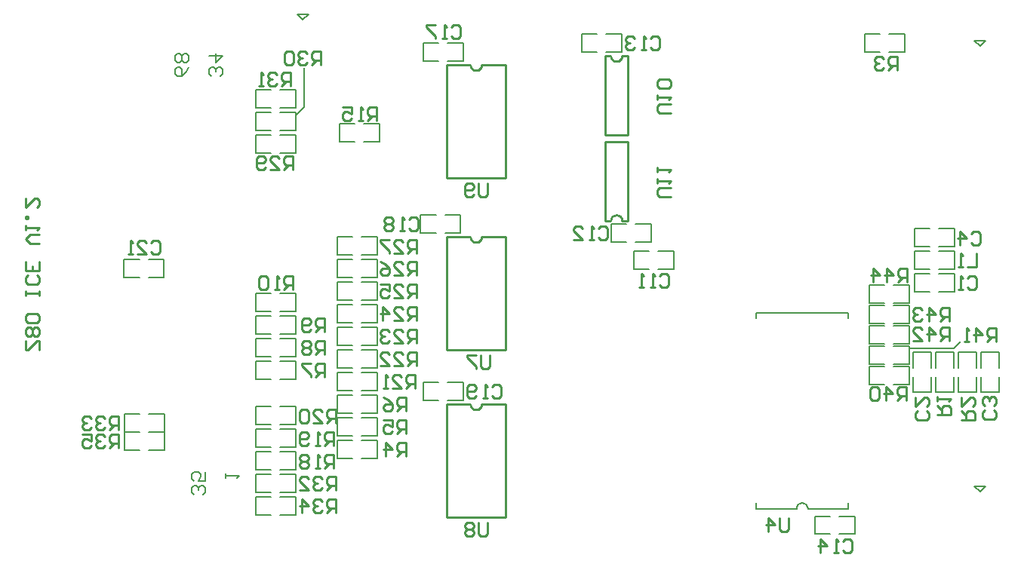
<source format=gbo>
%FSLAX44Y44*%
%MOMM*%
G71*
G01*
G75*
%ADD10C,0.2000*%
%ADD11O,0.6000X2.2000*%
%ADD12O,0.6000X2.2000*%
%ADD13R,1.5240X1.5240*%
%ADD14R,1.5240X1.2700*%
%ADD15R,1.2700X1.5240*%
%ADD16O,2.0320X0.6096*%
%ADD17R,0.4064X1.9050*%
%ADD18R,1.9050X0.4064*%
%ADD19C,1.0000*%
%ADD20R,0.9144X0.9144*%
%ADD21R,1.2700X0.9144*%
%ADD22R,1.5000X0.4000*%
%ADD23R,0.9144X1.2700*%
%ADD24C,0.2540*%
%ADD25C,0.3000*%
%ADD26C,1.0000*%
%ADD27C,0.5000*%
%ADD28C,0.8000*%
%ADD29C,0.6000*%
%ADD30C,0.2286*%
%ADD31C,1.6000*%
%ADD32R,1.6000X1.6000*%
%ADD33C,1.5000*%
%ADD34R,1.5000X1.5000*%
%ADD35C,1.4500*%
%ADD36R,1.4500X1.4500*%
%ADD37C,1.6510*%
%ADD38C,3.6000*%
%ADD39C,0.8000*%
%ADD40O,2.5400X0.7500*%
%ADD41R,2.5400X0.7500*%
%ADD42C,0.4000*%
%ADD43C,0.7000*%
%ADD44C,0.2500*%
%ADD45C,0.3048*%
%ADD46C,0.1500*%
D10*
X2931546Y1972977D02*
X2931062Y1975407D01*
X2929686Y1977467D01*
X2927626Y1978844D01*
X2925196Y1979327D01*
X2922766Y1978844D01*
X2920706Y1977467D01*
X2919329Y1975407D01*
X2918846Y1972977D01*
X2164191Y2232667D02*
Y2252667D01*
X2209051Y2232667D02*
Y2252667D01*
X2164191D02*
X2181541D01*
X2164191Y2232667D02*
X2181541D01*
X2191701D02*
X2209051D01*
X2191701Y2252667D02*
X2209051D01*
X2358566Y2528367D02*
X2364916Y2522017D01*
X2371266Y2528367D01*
X2358566D02*
X2371266D01*
X3118566Y1998367D02*
X3124916Y1992017D01*
X3131266Y1998367D01*
X3118566D02*
X3131266D01*
X3118566Y2498367D02*
X3124916Y2492017D01*
X3131266Y2498367D01*
X3118566D02*
X3131266D01*
X3045156Y2203737D02*
Y2223737D01*
X3000296Y2203737D02*
Y2223737D01*
X3027805Y2203737D02*
X3045156D01*
X3027805Y2223737D02*
X3045156D01*
X3000296D02*
X3017646D01*
X3000296Y2203737D02*
X3017646D01*
X3045156Y2135157D02*
Y2155157D01*
X3000296Y2135157D02*
Y2155157D01*
X3027805Y2135157D02*
X3045156D01*
X3027805Y2155157D02*
X3045156D01*
X3000296D02*
X3017646D01*
X3000296Y2135157D02*
X3017646D01*
X3045156Y2158017D02*
Y2178017D01*
X3000296Y2158017D02*
Y2178017D01*
X3027805Y2158017D02*
X3045156D01*
X3027805Y2178017D02*
X3045156D01*
X3000296D02*
X3017646D01*
X3000296Y2158017D02*
X3017646D01*
X3045156Y2180877D02*
Y2200877D01*
X3000296Y2180877D02*
Y2200877D01*
X3027805Y2180877D02*
X3045156D01*
X3027805Y2200877D02*
X3045156D01*
X3000296D02*
X3017646D01*
X3000296Y2180877D02*
X3017646D01*
X3000296Y2112297D02*
X3017646D01*
X3000296Y2132297D02*
X3017646D01*
X3027806D02*
X3045156D01*
X3027806Y2112297D02*
X3045156D01*
X3000296D02*
Y2132297D01*
X3045156Y2112297D02*
Y2132297D01*
X2873746Y1972977D02*
X2918846D01*
X2873746D02*
Y1979427D01*
X2873746Y2186427D02*
Y2192877D01*
X2976646D01*
Y2186427D02*
Y2192877D01*
X2976646Y1972977D02*
Y1979427D01*
X2931546Y1972977D02*
X2976646D01*
X2499916Y2475517D02*
X2517266D01*
X2499916Y2495517D02*
X2517266D01*
X2527426D02*
X2544776D01*
X2527426Y2475517D02*
X2544776D01*
X2499916D02*
Y2495517D01*
X2544776Y2475517D02*
Y2495517D01*
X2524394Y2302477D02*
X2541744D01*
X2524394Y2282477D02*
X2541744D01*
X2496884D02*
X2514234D01*
X2496884Y2302477D02*
X2514234D01*
X2541744Y2282477D02*
Y2302477D01*
X2496884Y2282477D02*
Y2302477D01*
X2499916Y2094517D02*
X2517266D01*
X2499916Y2114517D02*
X2517266D01*
X2527426D02*
X2544776D01*
X2527426Y2094517D02*
X2544776D01*
X2499916D02*
Y2114517D01*
X2544776Y2094517D02*
Y2114517D01*
X2677716Y2485677D02*
X2695066D01*
X2677716Y2505677D02*
X2695066D01*
X2705226D02*
X2722576D01*
X2705226Y2485677D02*
X2722576D01*
X2677716D02*
Y2505677D01*
X2722576Y2485677D02*
Y2505677D01*
X2738246Y2292317D02*
X2755596D01*
X2738246Y2272317D02*
X2755596D01*
X2710736D02*
X2728086D01*
X2710736Y2292317D02*
X2728086D01*
X2755596Y2272317D02*
Y2292317D01*
X2710736Y2272317D02*
Y2292317D01*
X2763646Y2261837D02*
X2780996D01*
X2763646Y2241837D02*
X2780996D01*
X2736136D02*
X2753486D01*
X2736136Y2261837D02*
X2753486D01*
X2780996Y2241837D02*
Y2261837D01*
X2736136Y2241837D02*
Y2261837D01*
X3022726Y2505677D02*
X3040076D01*
X3022726Y2485677D02*
X3040076D01*
X2995216D02*
X3012566D01*
X2995216Y2505677D02*
X3012566D01*
X3040076Y2485677D02*
Y2505677D01*
X2995216Y2485677D02*
Y2505677D01*
X3051096Y2267237D02*
X3068446D01*
X3051096Y2287237D02*
X3068446D01*
X3078606D02*
X3095956D01*
X3078606Y2267237D02*
X3095956D01*
X3051096D02*
Y2287237D01*
X3095956Y2267237D02*
Y2287237D01*
X3078606Y2261837D02*
X3095956D01*
X3078606Y2241837D02*
X3095956D01*
X3051096D02*
X3068446D01*
X3051096Y2261837D02*
X3068446D01*
X3095956Y2241837D02*
Y2261837D01*
X3051096Y2241837D02*
Y2261837D01*
X3125756Y2131187D02*
Y2148537D01*
X3145756Y2131187D02*
Y2148537D01*
Y2103677D02*
Y2121027D01*
X3125756Y2103677D02*
Y2121027D01*
Y2148537D02*
X3145756D01*
X3125756Y2103677D02*
X3145756D01*
X3049556Y2131187D02*
Y2148537D01*
X3069556Y2131187D02*
Y2148537D01*
Y2103677D02*
Y2121027D01*
X3049556Y2103677D02*
Y2121027D01*
Y2148537D02*
X3069556D01*
X3049556Y2103677D02*
X3069556D01*
X3094956D02*
Y2121027D01*
X3074956Y2103677D02*
Y2121027D01*
Y2131187D02*
Y2148537D01*
X3094956Y2131187D02*
Y2148537D01*
X3074956Y2103677D02*
X3094956D01*
X3074956Y2148537D02*
X3094956D01*
X3120356Y2103677D02*
Y2121027D01*
X3100356Y2103677D02*
Y2121027D01*
Y2131187D02*
Y2148537D01*
X3120356Y2131187D02*
Y2148537D01*
X3100356Y2103677D02*
X3120356D01*
X3100356Y2148537D02*
X3120356D01*
X3078606Y2236437D02*
X3095956D01*
X3078606Y2216437D02*
X3095956D01*
X3051096D02*
X3068446D01*
X3051096Y2236437D02*
X3068446D01*
X3095956Y2216437D02*
Y2236437D01*
X3051096Y2216437D02*
Y2236437D01*
X2192146Y2058637D02*
X2209496D01*
X2192146Y2038637D02*
X2209496D01*
X2164636D02*
X2181986D01*
X2164636Y2058637D02*
X2181986D01*
X2209496Y2038637D02*
Y2058637D01*
X2164636Y2038637D02*
Y2058637D01*
X2192146Y2078957D02*
X2209496D01*
X2192146Y2058957D02*
X2209496D01*
X2164636D02*
X2181986D01*
X2164636Y2078957D02*
X2181986D01*
X2209496Y2058957D02*
Y2078957D01*
X2164636Y2058957D02*
Y2078957D01*
X2339466Y2443193D02*
X2356816D01*
X2339466Y2423193D02*
X2356816D01*
X2311956D02*
X2329306D01*
X2311956Y2443193D02*
X2329306D01*
X2356816Y2423193D02*
Y2443193D01*
X2311956Y2423193D02*
Y2443193D01*
X2339466Y2417793D02*
X2356816D01*
X2339466Y2397793D02*
X2356816D01*
X2311956D02*
X2329306D01*
X2311956Y2417793D02*
X2329306D01*
X2356816Y2397793D02*
Y2417793D01*
X2311956Y2397793D02*
Y2417793D01*
X2339466Y2392393D02*
X2356816D01*
X2339466Y2372393D02*
X2356816D01*
X2311956D02*
X2329306D01*
X2311956Y2392393D02*
X2329306D01*
X2356816Y2372393D02*
Y2392393D01*
X2311956Y2372393D02*
Y2392393D01*
X2430906Y2278093D02*
X2448256D01*
X2430906Y2258093D02*
X2448256D01*
X2403396D02*
X2420746D01*
X2403396Y2278093D02*
X2420746D01*
X2448256Y2258093D02*
Y2278093D01*
X2403396Y2258093D02*
Y2278093D01*
X2430906Y2252693D02*
X2448256D01*
X2430906Y2232693D02*
X2448256D01*
X2403396D02*
X2420746D01*
X2403396Y2252693D02*
X2420746D01*
X2448256Y2232693D02*
Y2252693D01*
X2403396Y2232693D02*
Y2252693D01*
X2430906Y2227293D02*
X2448256D01*
X2430906Y2207293D02*
X2448256D01*
X2403396D02*
X2420746D01*
X2403396Y2227293D02*
X2420746D01*
X2448256Y2207293D02*
Y2227293D01*
X2403396Y2207293D02*
Y2227293D01*
X2430906Y2201893D02*
X2448256D01*
X2430906Y2181893D02*
X2448256D01*
X2403396D02*
X2420746D01*
X2403396Y2201893D02*
X2420746D01*
X2448256Y2181893D02*
Y2201893D01*
X2403396Y2181893D02*
Y2201893D01*
X2430906Y2176493D02*
X2448256D01*
X2430906Y2156493D02*
X2448256D01*
X2403396D02*
X2420746D01*
X2403396Y2176493D02*
X2420746D01*
X2448256Y2156493D02*
Y2176493D01*
X2403396Y2156493D02*
Y2176493D01*
X2430906Y2151093D02*
X2448256D01*
X2430906Y2131093D02*
X2448256D01*
X2403396D02*
X2420746D01*
X2403396Y2151093D02*
X2420746D01*
X2448256Y2131093D02*
Y2151093D01*
X2403396Y2131093D02*
Y2151093D01*
X2430906Y2125693D02*
X2448256D01*
X2430906Y2105693D02*
X2448256D01*
X2403396D02*
X2420746D01*
X2403396Y2125693D02*
X2420746D01*
X2448256Y2105693D02*
Y2125693D01*
X2403396Y2105693D02*
Y2125693D01*
X2339466Y2087593D02*
X2356816D01*
X2339466Y2067593D02*
X2356816D01*
X2311956D02*
X2329306D01*
X2311956Y2087593D02*
X2329306D01*
X2356816Y2067593D02*
Y2087593D01*
X2311956Y2067593D02*
Y2087593D01*
X2339466Y2062193D02*
X2356816D01*
X2339466Y2042193D02*
X2356816D01*
X2311956D02*
X2329306D01*
X2311956Y2062193D02*
X2329306D01*
X2356816Y2042193D02*
Y2062193D01*
X2311956Y2042193D02*
Y2062193D01*
X2339466Y2036793D02*
X2356816D01*
X2339466Y2016793D02*
X2356816D01*
X2311956D02*
X2329306D01*
X2311956Y2036793D02*
X2329306D01*
X2356816Y2016793D02*
Y2036793D01*
X2311956Y2016793D02*
Y2036793D01*
X2339466Y2214593D02*
X2356816D01*
X2339466Y2194593D02*
X2356816D01*
X2311956D02*
X2329306D01*
X2311956Y2214593D02*
X2329306D01*
X2356816Y2194593D02*
Y2214593D01*
X2311956Y2194593D02*
Y2214593D01*
X2339466Y2189193D02*
X2356816D01*
X2339466Y2169193D02*
X2356816D01*
X2311956D02*
X2329306D01*
X2311956Y2189193D02*
X2329306D01*
X2356816Y2169193D02*
Y2189193D01*
X2311956Y2169193D02*
Y2189193D01*
X2339466Y2163793D02*
X2356816D01*
X2339466Y2143793D02*
X2356816D01*
X2311956D02*
X2329306D01*
X2311956Y2163793D02*
X2329306D01*
X2356816Y2143793D02*
Y2163793D01*
X2311956Y2143793D02*
Y2163793D01*
X2339466Y2138393D02*
X2356816D01*
X2339466Y2118393D02*
X2356816D01*
X2311956D02*
X2329306D01*
X2311956Y2138393D02*
X2329306D01*
X2356816Y2118393D02*
Y2138393D01*
X2311956Y2118393D02*
Y2138393D01*
X2430906Y2100293D02*
X2448256D01*
X2430906Y2080293D02*
X2448256D01*
X2403396D02*
X2420746D01*
X2403396Y2100293D02*
X2420746D01*
X2448256Y2080293D02*
Y2100293D01*
X2403396Y2080293D02*
Y2100293D01*
X2430906Y2074893D02*
X2448256D01*
X2430906Y2054893D02*
X2448256D01*
X2403396D02*
X2420746D01*
X2403396Y2074893D02*
X2420746D01*
X2448256Y2054893D02*
Y2074893D01*
X2403396Y2054893D02*
Y2074893D01*
X2430906Y2049493D02*
X2448256D01*
X2430906Y2029493D02*
X2448256D01*
X2403396D02*
X2420746D01*
X2403396Y2049493D02*
X2420746D01*
X2448256Y2029493D02*
Y2049493D01*
X2403396Y2029493D02*
Y2049493D01*
X2356816Y1965993D02*
Y1985993D01*
X2311956Y1965993D02*
Y1985993D01*
X2339466Y1965993D02*
X2356816D01*
X2339466Y1985993D02*
X2356816D01*
X2311956D02*
X2329306D01*
X2311956Y1965993D02*
X2329306D01*
X2433446Y2405067D02*
X2450796D01*
X2433446Y2385067D02*
X2450796D01*
X2405936D02*
X2423286D01*
X2405936Y2405067D02*
X2423286D01*
X2450796Y2385067D02*
Y2405067D01*
X2405936Y2385067D02*
Y2405067D01*
X2356816Y1991393D02*
Y2011393D01*
X2311956Y1991393D02*
Y2011393D01*
X2339466Y1991393D02*
X2356816D01*
X2339466Y2011393D02*
X2356816D01*
X2311956D02*
X2329306D01*
X2311956Y1991393D02*
X2329306D01*
X2939336Y1944317D02*
Y1964317D01*
X2984196Y1944317D02*
Y1964317D01*
X2939336D02*
X2956686D01*
X2939336Y1944317D02*
X2956686D01*
X2966846D02*
X2984196D01*
X2966846Y1964317D02*
X2984196D01*
X3045156Y2152777D02*
X3095116D01*
X3102736Y2160397D01*
X2356816Y2414397D02*
X2366136Y2423717D01*
Y2467737D01*
D24*
X2552826Y2090547D02*
X2553309Y2088117D01*
X2554686Y2086057D01*
X2556746Y2084680D01*
X2559176Y2084197D01*
X2561606Y2084680D01*
X2563666Y2086057D01*
X2565042Y2088117D01*
X2565526Y2090547D01*
X2552826Y2278507D02*
X2553309Y2276077D01*
X2554686Y2274017D01*
X2556746Y2272640D01*
X2559176Y2272157D01*
X2561606Y2272640D01*
X2563666Y2274017D01*
X2565042Y2276077D01*
X2565526Y2278507D01*
X2723006Y2296287D02*
X2722522Y2298717D01*
X2721146Y2300777D01*
X2719086Y2302154D01*
X2716656Y2302637D01*
X2714226Y2302154D01*
X2712166Y2300777D01*
X2710789Y2298717D01*
X2710306Y2296287D01*
Y2481707D02*
X2710789Y2479277D01*
X2712166Y2477217D01*
X2714226Y2475840D01*
X2716656Y2475357D01*
X2719086Y2475840D01*
X2721146Y2477217D01*
X2722522Y2479277D01*
X2723006Y2481707D01*
X2552826Y2471547D02*
X2553309Y2469117D01*
X2554686Y2467057D01*
X2556746Y2465680D01*
X2559176Y2465197D01*
X2561606Y2465680D01*
X2563666Y2467057D01*
X2565042Y2469117D01*
X2565526Y2471547D01*
Y2090547D02*
X2592196D01*
X2526156D02*
X2552826D01*
X2526156Y1963547D02*
Y2090547D01*
Y1963547D02*
X2592196D01*
Y2090547D01*
Y2151507D02*
Y2278507D01*
X2526156Y2151507D02*
X2592196D01*
X2526156D02*
Y2278507D01*
X2552826D01*
X2565526D02*
X2592196D01*
X2703956Y2296287D02*
X2710306D01*
X2723006D02*
X2729356D01*
Y2385187D01*
X2703956D02*
X2729356D01*
X2703956Y2296287D02*
Y2385187D01*
X2723006Y2481707D02*
X2729356D01*
X2703956D02*
X2710306D01*
X2703956Y2392807D02*
Y2481707D01*
Y2392807D02*
X2729356D01*
Y2481707D01*
X2565526Y2471547D02*
X2592196D01*
X2526156D02*
X2552826D01*
X2526156Y2344547D02*
Y2471547D01*
Y2344547D02*
X2592196D01*
Y2471547D01*
X3043114Y2227199D02*
Y2242434D01*
X3035496D01*
X3032957Y2239895D01*
Y2234816D01*
X3035496Y2232277D01*
X3043114D01*
X3038035D02*
X3032957Y2227199D01*
X3020261D02*
Y2242434D01*
X3027879Y2234816D01*
X3017722D01*
X3005026Y2227199D02*
Y2242434D01*
X3012643Y2234816D01*
X3002487D01*
X2448019Y2408290D02*
Y2423525D01*
X2440401D01*
X2437862Y2420986D01*
Y2415907D01*
X2440401Y2413368D01*
X2448019D01*
X2442940D02*
X2437862Y2408290D01*
X2432784D02*
X2427705D01*
X2430244D01*
Y2423525D01*
X2432784Y2420986D01*
X2409931Y2423525D02*
X2420088D01*
Y2415907D01*
X2415009Y2418447D01*
X2412470D01*
X2409931Y2415907D01*
Y2410829D01*
X2412470Y2408290D01*
X2417549D01*
X2420088Y2410829D01*
X2777611Y2322957D02*
X2764915D01*
X2762376Y2325496D01*
Y2330574D01*
X2764915Y2333114D01*
X2777611D01*
X2762376Y2338192D02*
Y2343270D01*
Y2340731D01*
X2777611D01*
X2775072Y2338192D01*
X2762376Y2350888D02*
Y2355966D01*
Y2353427D01*
X2777611D01*
X2775072Y2350888D01*
X2777611Y2416937D02*
X2764915D01*
X2762376Y2419476D01*
Y2424554D01*
X2764915Y2427094D01*
X2777611D01*
X2762376Y2432172D02*
Y2437250D01*
Y2434711D01*
X2777611D01*
X2775072Y2432172D01*
Y2444868D02*
X2777611Y2447407D01*
Y2452486D01*
X2775072Y2455025D01*
X2764915D01*
X2762376Y2452486D01*
Y2447407D01*
X2764915Y2444868D01*
X2775072D01*
X2157856Y2041017D02*
Y2056252D01*
X2150238D01*
X2147699Y2053713D01*
Y2048634D01*
X2150238Y2046095D01*
X2157856D01*
X2152777D02*
X2147699Y2041017D01*
X2142621Y2053713D02*
X2140081Y2056252D01*
X2135003D01*
X2132464Y2053713D01*
Y2051174D01*
X2135003Y2048634D01*
X2137542D01*
X2135003D01*
X2132464Y2046095D01*
Y2043556D01*
X2135003Y2041017D01*
X2140081D01*
X2142621Y2043556D01*
X2117229Y2056252D02*
X2127386D01*
Y2048634D01*
X2122307Y2051174D01*
X2119768D01*
X2117229Y2048634D01*
Y2043556D01*
X2119768Y2041017D01*
X2124846D01*
X2127386Y2043556D01*
X2401696Y1968373D02*
Y1983608D01*
X2394078D01*
X2391539Y1981069D01*
Y1975990D01*
X2394078Y1973451D01*
X2401696D01*
X2396617D02*
X2391539Y1968373D01*
X2386461Y1981069D02*
X2383922Y1983608D01*
X2378843D01*
X2376304Y1981069D01*
Y1978530D01*
X2378843Y1975990D01*
X2381382D01*
X2378843D01*
X2376304Y1973451D01*
Y1970912D01*
X2378843Y1968373D01*
X2383922D01*
X2386461Y1970912D01*
X2363608Y1968373D02*
Y1983608D01*
X2371226Y1975990D01*
X2361069D01*
X2157856Y2061337D02*
Y2076572D01*
X2150238D01*
X2147699Y2074033D01*
Y2068954D01*
X2150238Y2066415D01*
X2157856D01*
X2152777D02*
X2147699Y2061337D01*
X2142621Y2074033D02*
X2140081Y2076572D01*
X2135003D01*
X2132464Y2074033D01*
Y2071494D01*
X2135003Y2068954D01*
X2137542D01*
X2135003D01*
X2132464Y2066415D01*
Y2063876D01*
X2135003Y2061337D01*
X2140081D01*
X2142621Y2063876D01*
X2127386Y2074033D02*
X2124846Y2076572D01*
X2119768D01*
X2117229Y2074033D01*
Y2071494D01*
X2119768Y2068954D01*
X2122307D01*
X2119768D01*
X2117229Y2066415D01*
Y2063876D01*
X2119768Y2061337D01*
X2124846D01*
X2127386Y2063876D01*
X2401696Y1993773D02*
Y2009008D01*
X2394078D01*
X2391539Y2006469D01*
Y2001391D01*
X2394078Y1998851D01*
X2401696D01*
X2396617D02*
X2391539Y1993773D01*
X2386461Y2006469D02*
X2383922Y2009008D01*
X2378843D01*
X2376304Y2006469D01*
Y2003930D01*
X2378843Y2001391D01*
X2381382D01*
X2378843D01*
X2376304Y1998851D01*
Y1996312D01*
X2378843Y1993773D01*
X2383922D01*
X2386461Y1996312D01*
X2361069Y1993773D02*
X2371226D01*
X2361069Y2003930D01*
Y2006469D01*
X2363608Y2009008D01*
X2368686D01*
X2371226Y2006469D01*
X2350896Y2447417D02*
Y2462652D01*
X2343278D01*
X2340739Y2460113D01*
Y2455034D01*
X2343278Y2452495D01*
X2350896D01*
X2345817D02*
X2340739Y2447417D01*
X2335661Y2460113D02*
X2333121Y2462652D01*
X2328043D01*
X2325504Y2460113D01*
Y2457574D01*
X2328043Y2455034D01*
X2330582D01*
X2328043D01*
X2325504Y2452495D01*
Y2449956D01*
X2328043Y2447417D01*
X2333121D01*
X2335661Y2449956D01*
X2320426Y2447417D02*
X2315347D01*
X2317886D01*
Y2462652D01*
X2320426Y2460113D01*
X2385264Y2471322D02*
Y2486557D01*
X2377647D01*
X2375108Y2484018D01*
Y2478940D01*
X2377647Y2476401D01*
X2385264D01*
X2380186D02*
X2375108Y2471322D01*
X2370029Y2484018D02*
X2367490Y2486557D01*
X2362412D01*
X2359872Y2484018D01*
Y2481479D01*
X2362412Y2478940D01*
X2364951D01*
X2362412D01*
X2359872Y2476401D01*
Y2473861D01*
X2362412Y2471322D01*
X2367490D01*
X2370029Y2473861D01*
X2354794Y2484018D02*
X2352255Y2486557D01*
X2347177D01*
X2344637Y2484018D01*
Y2473861D01*
X2347177Y2471322D01*
X2352255D01*
X2354794Y2473861D01*
Y2484018D01*
X2353436Y2353437D02*
Y2368672D01*
X2345818D01*
X2343279Y2366133D01*
Y2361055D01*
X2345818Y2358515D01*
X2353436D01*
X2348357D02*
X2343279Y2353437D01*
X2328044D02*
X2338201D01*
X2328044Y2363594D01*
Y2366133D01*
X2330583Y2368672D01*
X2335661D01*
X2338201Y2366133D01*
X2322966Y2355976D02*
X2320426Y2353437D01*
X2315348D01*
X2312809Y2355976D01*
Y2366133D01*
X2315348Y2368672D01*
X2320426D01*
X2322966Y2366133D01*
Y2363594D01*
X2320426Y2361055D01*
X2312809D01*
X2492904Y2259881D02*
Y2275116D01*
X2485286D01*
X2482747Y2272577D01*
Y2267499D01*
X2485286Y2264960D01*
X2492904D01*
X2487825D02*
X2482747Y2259881D01*
X2467512D02*
X2477668D01*
X2467512Y2270038D01*
Y2272577D01*
X2470051Y2275116D01*
X2475129D01*
X2477668Y2272577D01*
X2462433Y2275116D02*
X2452277D01*
Y2272577D01*
X2462433Y2262420D01*
Y2259881D01*
X2492903Y2235073D02*
Y2250308D01*
X2485286D01*
X2482747Y2247769D01*
Y2242690D01*
X2485286Y2240151D01*
X2492903D01*
X2487825D02*
X2482747Y2235073D01*
X2467512D02*
X2477668D01*
X2467512Y2245230D01*
Y2247769D01*
X2470051Y2250308D01*
X2475129D01*
X2477668Y2247769D01*
X2452277Y2250308D02*
X2457355Y2247769D01*
X2462433Y2242690D01*
Y2237612D01*
X2459894Y2235073D01*
X2454816D01*
X2452277Y2237612D01*
Y2240151D01*
X2454816Y2242690D01*
X2462433D01*
X2492903Y2209673D02*
Y2224908D01*
X2485286D01*
X2482747Y2222369D01*
Y2217290D01*
X2485286Y2214751D01*
X2492903D01*
X2487825D02*
X2482747Y2209673D01*
X2467512D02*
X2477668D01*
X2467512Y2219830D01*
Y2222369D01*
X2470051Y2224908D01*
X2475129D01*
X2477668Y2222369D01*
X2452277Y2224908D02*
X2462433D01*
Y2217290D01*
X2457355Y2219830D01*
X2454816D01*
X2452277Y2217290D01*
Y2212212D01*
X2454816Y2209673D01*
X2459894D01*
X2462433Y2212212D01*
X2492903Y2184273D02*
Y2199508D01*
X2485286D01*
X2482747Y2196969D01*
Y2191891D01*
X2485286Y2189351D01*
X2492903D01*
X2487825D02*
X2482747Y2184273D01*
X2467512D02*
X2477668D01*
X2467512Y2194430D01*
Y2196969D01*
X2470051Y2199508D01*
X2475129D01*
X2477668Y2196969D01*
X2454816Y2184273D02*
Y2199508D01*
X2462433Y2191891D01*
X2452277D01*
X2492903Y2158873D02*
Y2174108D01*
X2485286D01*
X2482747Y2171569D01*
Y2166490D01*
X2485286Y2163951D01*
X2492903D01*
X2487825D02*
X2482747Y2158873D01*
X2467512D02*
X2477668D01*
X2467512Y2169030D01*
Y2171569D01*
X2470051Y2174108D01*
X2475129D01*
X2477668Y2171569D01*
X2462433D02*
X2459894Y2174108D01*
X2454816D01*
X2452277Y2171569D01*
Y2169030D01*
X2454816Y2166490D01*
X2457355D01*
X2454816D01*
X2452277Y2163951D01*
Y2161412D01*
X2454816Y2158873D01*
X2459894D01*
X2462433Y2161412D01*
X2492903Y2133473D02*
Y2148708D01*
X2485286D01*
X2482747Y2146169D01*
Y2141091D01*
X2485286Y2138551D01*
X2492903D01*
X2487825D02*
X2482747Y2133473D01*
X2467512D02*
X2477668D01*
X2467512Y2143630D01*
Y2146169D01*
X2470051Y2148708D01*
X2475129D01*
X2477668Y2146169D01*
X2452277Y2133473D02*
X2462433D01*
X2452277Y2143630D01*
Y2146169D01*
X2454816Y2148708D01*
X2459894D01*
X2462433Y2146169D01*
X2490596Y2108073D02*
Y2123308D01*
X2482978D01*
X2480439Y2120769D01*
Y2115690D01*
X2482978Y2113151D01*
X2490596D01*
X2485517D02*
X2480439Y2108073D01*
X2465204D02*
X2475361D01*
X2465204Y2118230D01*
Y2120769D01*
X2467743Y2123308D01*
X2472822D01*
X2475361Y2120769D01*
X2460126Y2108073D02*
X2455047D01*
X2457586D01*
Y2123308D01*
X2460126Y2120769D01*
X2401696Y2068957D02*
Y2084192D01*
X2394078D01*
X2391539Y2081653D01*
Y2076575D01*
X2394078Y2074035D01*
X2401696D01*
X2396617D02*
X2391539Y2068957D01*
X2376304D02*
X2386461D01*
X2376304Y2079114D01*
Y2081653D01*
X2378843Y2084192D01*
X2383922D01*
X2386461Y2081653D01*
X2371226D02*
X2368686Y2084192D01*
X2363608D01*
X2361069Y2081653D01*
Y2071496D01*
X2363608Y2068957D01*
X2368686D01*
X2371226Y2071496D01*
Y2081653D01*
X2399156Y2043557D02*
Y2058792D01*
X2391538D01*
X2388999Y2056253D01*
Y2051174D01*
X2391538Y2048635D01*
X2399156D01*
X2394077D02*
X2388999Y2043557D01*
X2383921D02*
X2378842D01*
X2381382D01*
Y2058792D01*
X2383921Y2056253D01*
X2371225Y2046096D02*
X2368686Y2043557D01*
X2363607D01*
X2361068Y2046096D01*
Y2056253D01*
X2363607Y2058792D01*
X2368686D01*
X2371225Y2056253D01*
Y2053714D01*
X2368686Y2051174D01*
X2361068D01*
X2399156Y2018157D02*
Y2033392D01*
X2391538D01*
X2388999Y2030853D01*
Y2025775D01*
X2391538Y2023235D01*
X2399156D01*
X2394077D02*
X2388999Y2018157D01*
X2383921D02*
X2378842D01*
X2381382D01*
Y2033392D01*
X2383921Y2030853D01*
X2371225D02*
X2368686Y2033392D01*
X2363607D01*
X2361068Y2030853D01*
Y2028314D01*
X2363607Y2025775D01*
X2361068Y2023235D01*
Y2020696D01*
X2363607Y2018157D01*
X2368686D01*
X2371225Y2020696D01*
Y2023235D01*
X2368686Y2025775D01*
X2371225Y2028314D01*
Y2030853D01*
X2368686Y2025775D02*
X2363607D01*
X2353436Y2218817D02*
Y2234052D01*
X2345818D01*
X2343279Y2231513D01*
Y2226434D01*
X2345818Y2223895D01*
X2353436D01*
X2348357D02*
X2343279Y2218817D01*
X2338201D02*
X2333122D01*
X2335661D01*
Y2234052D01*
X2338201Y2231513D01*
X2325505D02*
X2322966Y2234052D01*
X2317887D01*
X2315348Y2231513D01*
Y2221356D01*
X2317887Y2218817D01*
X2322966D01*
X2325505Y2221356D01*
Y2231513D01*
X2388996Y2171573D02*
Y2186808D01*
X2381378D01*
X2378839Y2184269D01*
Y2179191D01*
X2381378Y2176651D01*
X2388996D01*
X2383917D02*
X2378839Y2171573D01*
X2373761Y2174112D02*
X2371221Y2171573D01*
X2366143D01*
X2363604Y2174112D01*
Y2184269D01*
X2366143Y2186808D01*
X2371221D01*
X2373761Y2184269D01*
Y2181730D01*
X2371221Y2179191D01*
X2363604D01*
X2388996Y2146173D02*
Y2161408D01*
X2381378D01*
X2378839Y2158869D01*
Y2153790D01*
X2381378Y2151251D01*
X2388996D01*
X2383917D02*
X2378839Y2146173D01*
X2373761Y2158869D02*
X2371221Y2161408D01*
X2366143D01*
X2363604Y2158869D01*
Y2156330D01*
X2366143Y2153790D01*
X2363604Y2151251D01*
Y2148712D01*
X2366143Y2146173D01*
X2371221D01*
X2373761Y2148712D01*
Y2151251D01*
X2371221Y2153790D01*
X2373761Y2156330D01*
Y2158869D01*
X2371221Y2153790D02*
X2366143D01*
X2388996Y2120773D02*
Y2136008D01*
X2381378D01*
X2378839Y2133469D01*
Y2128391D01*
X2381378Y2125851D01*
X2388996D01*
X2383917D02*
X2378839Y2120773D01*
X2373761Y2136008D02*
X2363604D01*
Y2133469D01*
X2373761Y2123312D01*
Y2120773D01*
X2480436Y2082673D02*
Y2097908D01*
X2472818D01*
X2470279Y2095369D01*
Y2090291D01*
X2472818Y2087751D01*
X2480436D01*
X2475357D02*
X2470279Y2082673D01*
X2455044Y2097908D02*
X2460122Y2095369D01*
X2465201Y2090291D01*
Y2085212D01*
X2462661Y2082673D01*
X2457583D01*
X2455044Y2085212D01*
Y2087751D01*
X2457583Y2090291D01*
X2465201D01*
X2480436Y2057273D02*
Y2072508D01*
X2472818D01*
X2470279Y2069969D01*
Y2064890D01*
X2472818Y2062351D01*
X2480436D01*
X2475357D02*
X2470279Y2057273D01*
X2455044Y2072508D02*
X2465201D01*
Y2064890D01*
X2460122Y2067430D01*
X2457583D01*
X2455044Y2064890D01*
Y2059812D01*
X2457583Y2057273D01*
X2462661D01*
X2465201Y2059812D01*
X2480436Y2031873D02*
Y2047108D01*
X2472818D01*
X2470279Y2044569D01*
Y2039491D01*
X2472818Y2036951D01*
X2480436D01*
X2475357D02*
X2470279Y2031873D01*
X2457583D02*
Y2047108D01*
X2465201Y2039491D01*
X2455044D01*
X2571876Y2338192D02*
Y2325496D01*
X2569337Y2322957D01*
X2564258D01*
X2561719Y2325496D01*
Y2338192D01*
X2556641Y2325496D02*
X2554102Y2322957D01*
X2549023D01*
X2546484Y2325496D01*
Y2335653D01*
X2549023Y2338192D01*
X2554102D01*
X2556641Y2335653D01*
Y2333114D01*
X2554102Y2330574D01*
X2546484D01*
X2571876Y1957192D02*
Y1944496D01*
X2569337Y1941957D01*
X2564258D01*
X2561719Y1944496D01*
Y1957192D01*
X2556641Y1954653D02*
X2554102Y1957192D01*
X2549023D01*
X2546484Y1954653D01*
Y1952114D01*
X2549023Y1949574D01*
X2546484Y1947035D01*
Y1944496D01*
X2549023Y1941957D01*
X2554102D01*
X2556641Y1944496D01*
Y1947035D01*
X2554102Y1949574D01*
X2556641Y1952114D01*
Y1954653D01*
X2554102Y1949574D02*
X2549023D01*
X2574416Y2145152D02*
Y2132456D01*
X2571877Y2129917D01*
X2566798D01*
X2564259Y2132456D01*
Y2145152D01*
X2559181D02*
X2549024D01*
Y2142613D01*
X2559181Y2132456D01*
Y2129917D01*
X3031616Y2465197D02*
Y2480432D01*
X3023998D01*
X3021459Y2477893D01*
Y2472814D01*
X3023998Y2470275D01*
X3031616D01*
X3026537D02*
X3021459Y2465197D01*
X3016381Y2477893D02*
X3013842Y2480432D01*
X3008763D01*
X3006224Y2477893D01*
Y2475354D01*
X3008763Y2472814D01*
X3011302D01*
X3008763D01*
X3006224Y2470275D01*
Y2467736D01*
X3008763Y2465197D01*
X3013842D01*
X3016381Y2467736D01*
X3103815Y2072563D02*
X3119050D01*
Y2080181D01*
X3116511Y2082720D01*
X3111432D01*
X3108893Y2080181D01*
Y2072563D01*
Y2077642D02*
X3103815Y2082720D01*
Y2097955D02*
Y2087798D01*
X3113972Y2097955D01*
X3116511D01*
X3119050Y2095416D01*
Y2090338D01*
X3116511Y2087798D01*
X3076836Y2078427D02*
X3092071D01*
Y2086045D01*
X3089532Y2088584D01*
X3084453D01*
X3081914Y2086045D01*
Y2078427D01*
Y2083506D02*
X3076836Y2088584D01*
Y2093663D02*
Y2098741D01*
Y2096202D01*
X3092071D01*
X3089532Y2093663D01*
X3120516Y2259452D02*
Y2244217D01*
X3110359D01*
X3105281D02*
X3100202D01*
X3102741D01*
Y2259452D01*
X3105281Y2256913D01*
X3114926Y2281895D02*
X3117465Y2284434D01*
X3122544D01*
X3125083Y2281895D01*
Y2271738D01*
X3122544Y2269199D01*
X3117465D01*
X3114926Y2271738D01*
X3102230Y2269199D02*
Y2284434D01*
X3109848Y2276816D01*
X3099691D01*
X3140619Y2083819D02*
X3143158Y2081280D01*
Y2076201D01*
X3140619Y2073662D01*
X3130462D01*
X3127923Y2076201D01*
Y2081280D01*
X3130462Y2083819D01*
X3140619Y2088897D02*
X3143158Y2091436D01*
Y2096515D01*
X3140619Y2099054D01*
X3138080D01*
X3135541Y2096515D01*
Y2093976D01*
Y2096515D01*
X3133002Y2099054D01*
X3130462D01*
X3127923Y2096515D01*
Y2091436D01*
X3130462Y2088897D01*
X3064773Y2082711D02*
X3067312Y2080172D01*
Y2075094D01*
X3064773Y2072554D01*
X3054616D01*
X3052077Y2075094D01*
Y2080172D01*
X3054616Y2082711D01*
X3052077Y2097946D02*
Y2087789D01*
X3062234Y2097946D01*
X3064773D01*
X3067312Y2095407D01*
Y2090329D01*
X3064773Y2087789D01*
X3110227Y2231552D02*
X3112766Y2234092D01*
X3117844D01*
X3120383Y2231552D01*
Y2221396D01*
X3117844Y2218857D01*
X3112766D01*
X3110227Y2221396D01*
X3105148Y2218857D02*
X3100070D01*
X3102609D01*
Y2234092D01*
X3105148Y2231552D01*
X2576959Y2109593D02*
X2579498Y2112132D01*
X2584576D01*
X2587116Y2109593D01*
Y2099436D01*
X2584576Y2096897D01*
X2579498D01*
X2576959Y2099436D01*
X2571881Y2096897D02*
X2566802D01*
X2569341D01*
Y2112132D01*
X2571881Y2109593D01*
X2559185Y2099436D02*
X2556646Y2096897D01*
X2551567D01*
X2549028Y2099436D01*
Y2109593D01*
X2551567Y2112132D01*
X2556646D01*
X2559185Y2109593D01*
Y2107054D01*
X2556646Y2104514D01*
X2549028D01*
X2483990Y2298105D02*
X2486529Y2300644D01*
X2491607D01*
X2494146Y2298105D01*
Y2287948D01*
X2491607Y2285409D01*
X2486529D01*
X2483990Y2287948D01*
X2478911Y2285409D02*
X2473833D01*
X2476372D01*
Y2300644D01*
X2478911Y2298105D01*
X2466216D02*
X2463676Y2300644D01*
X2458598D01*
X2456059Y2298105D01*
Y2295566D01*
X2458598Y2293027D01*
X2456059Y2290488D01*
Y2287948D01*
X2458598Y2285409D01*
X2463676D01*
X2466216Y2287948D01*
Y2290488D01*
X2463676Y2293027D01*
X2466216Y2295566D01*
Y2298105D01*
X2463676Y2293027D02*
X2458598D01*
X2531239Y2513453D02*
X2533778Y2515992D01*
X2538857D01*
X2541396Y2513453D01*
Y2503296D01*
X2538857Y2500757D01*
X2533778D01*
X2531239Y2503296D01*
X2526161Y2500757D02*
X2521082D01*
X2523622D01*
Y2515992D01*
X2526161Y2513453D01*
X2513465Y2515992D02*
X2503308D01*
Y2513453D01*
X2513465Y2503296D01*
Y2500757D01*
X2754759Y2500753D02*
X2757298Y2503292D01*
X2762376D01*
X2764916Y2500753D01*
Y2490596D01*
X2762376Y2488057D01*
X2757298D01*
X2754759Y2490596D01*
X2749681Y2488057D02*
X2744602D01*
X2747141D01*
Y2503292D01*
X2749681Y2500753D01*
X2736985D02*
X2734445Y2503292D01*
X2729367D01*
X2726828Y2500753D01*
Y2498214D01*
X2729367Y2495674D01*
X2731906D01*
X2729367D01*
X2726828Y2493135D01*
Y2490596D01*
X2729367Y2488057D01*
X2734445D01*
X2736985Y2490596D01*
X2696339Y2287393D02*
X2698878Y2289932D01*
X2703957D01*
X2706496Y2287393D01*
Y2277236D01*
X2703957Y2274697D01*
X2698878D01*
X2696339Y2277236D01*
X2691261Y2274697D02*
X2686182D01*
X2688722D01*
Y2289932D01*
X2691261Y2287393D01*
X2668408Y2274697D02*
X2678565D01*
X2668408Y2284854D01*
Y2287393D01*
X2670947Y2289932D01*
X2676026D01*
X2678565Y2287393D01*
X2764919Y2234053D02*
X2767458Y2236592D01*
X2772537D01*
X2775076Y2234053D01*
Y2223896D01*
X2772537Y2221357D01*
X2767458D01*
X2764919Y2223896D01*
X2759841Y2221357D02*
X2754762D01*
X2757302D01*
Y2236592D01*
X2759841Y2234053D01*
X2747145Y2221357D02*
X2742067D01*
X2744606D01*
Y2236592D01*
X2747145Y2234053D01*
X3089908Y2183461D02*
Y2198696D01*
X3082291D01*
X3079752Y2196157D01*
Y2191079D01*
X3082291Y2188540D01*
X3089908D01*
X3084830D02*
X3079752Y2183461D01*
X3067056D02*
Y2198696D01*
X3074673Y2191079D01*
X3064516D01*
X3059438Y2196157D02*
X3056899Y2198696D01*
X3051820D01*
X3049281Y2196157D01*
Y2193618D01*
X3051820Y2191079D01*
X3054360D01*
X3051820D01*
X3049281Y2188540D01*
Y2186001D01*
X3051820Y2183461D01*
X3056899D01*
X3059438Y2186001D01*
X3090319Y2161211D02*
Y2176446D01*
X3082702D01*
X3080162Y2173907D01*
Y2168828D01*
X3082702Y2166289D01*
X3090319D01*
X3085241D02*
X3080162Y2161211D01*
X3067467D02*
Y2176446D01*
X3075084Y2168828D01*
X3064927D01*
X3049692Y2161211D02*
X3059849D01*
X3049692Y2171368D01*
Y2173907D01*
X3052231Y2176446D01*
X3057310D01*
X3059849Y2173907D01*
X3142728Y2160530D02*
Y2175765D01*
X3135110D01*
X3132571Y2173226D01*
Y2168147D01*
X3135110Y2165608D01*
X3142728D01*
X3137650D02*
X3132571Y2160530D01*
X3119875D02*
Y2175765D01*
X3127493Y2168147D01*
X3117336D01*
X3112258Y2160530D02*
X3107180D01*
X3109719D01*
Y2175765D01*
X3112258Y2173226D01*
X3041776Y2094357D02*
Y2109592D01*
X3034158D01*
X3031619Y2107053D01*
Y2101974D01*
X3034158Y2099435D01*
X3041776D01*
X3036697D02*
X3031619Y2094357D01*
X3018923D02*
Y2109592D01*
X3026541Y2101974D01*
X3016384D01*
X3011306Y2107053D02*
X3008766Y2109592D01*
X3003688D01*
X3001149Y2107053D01*
Y2096896D01*
X3003688Y2094357D01*
X3008766D01*
X3011306Y2096896D01*
Y2107053D01*
X2970659Y1936533D02*
X2973198Y1939072D01*
X2978276D01*
X2980816Y1936533D01*
Y1926376D01*
X2978276Y1923837D01*
X2973198D01*
X2970659Y1926376D01*
X2965581Y1923837D02*
X2960502D01*
X2963041D01*
Y1939072D01*
X2965581Y1936533D01*
X2945267Y1923837D02*
Y1939072D01*
X2952885Y1931454D01*
X2942728D01*
X2910215Y1962272D02*
Y1949576D01*
X2907676Y1947037D01*
X2902598D01*
X2900059Y1949576D01*
Y1962272D01*
X2887363Y1947037D02*
Y1962272D01*
X2894980Y1954655D01*
X2884824D01*
X2194753Y2271365D02*
X2197292Y2273904D01*
X2202370D01*
X2204910Y2271365D01*
Y2261208D01*
X2202370Y2258669D01*
X2197292D01*
X2194753Y2261208D01*
X2179518Y2258669D02*
X2189674D01*
X2179518Y2268826D01*
Y2271365D01*
X2182057Y2273904D01*
X2187135D01*
X2189674Y2271365D01*
X2174439Y2258669D02*
X2169361D01*
X2171900D01*
Y2273904D01*
X2174439Y2271365D01*
X2069024Y2151317D02*
Y2161474D01*
X2066485D01*
X2056328Y2151317D01*
X2053789D01*
Y2161474D01*
X2066485Y2166552D02*
X2069024Y2169091D01*
Y2174170D01*
X2066485Y2176709D01*
X2063946D01*
X2061406Y2174170D01*
X2058867Y2176709D01*
X2056328D01*
X2053789Y2174170D01*
Y2169091D01*
X2056328Y2166552D01*
X2058867D01*
X2061406Y2169091D01*
X2063946Y2166552D01*
X2066485D01*
X2061406Y2169091D02*
Y2174170D01*
X2066485Y2181787D02*
X2069024Y2184326D01*
Y2189405D01*
X2066485Y2191944D01*
X2056328D01*
X2053789Y2189405D01*
Y2184326D01*
X2056328Y2181787D01*
X2066485D01*
X2069024Y2212257D02*
Y2217336D01*
Y2214796D01*
X2053789D01*
Y2212257D01*
Y2217336D01*
X2066485Y2235110D02*
X2069024Y2232571D01*
Y2227492D01*
X2066485Y2224953D01*
X2056328D01*
X2053789Y2227492D01*
Y2232571D01*
X2056328Y2235110D01*
X2069024Y2250345D02*
Y2240188D01*
X2053789D01*
Y2250345D01*
X2061406Y2240188D02*
Y2245267D01*
X2069024Y2270658D02*
X2058867D01*
X2053789Y2275737D01*
X2058867Y2280815D01*
X2069024D01*
X2053789Y2285894D02*
Y2290972D01*
Y2288433D01*
X2069024D01*
X2066485Y2285894D01*
X2053789Y2298589D02*
X2056328D01*
Y2301129D01*
X2053789D01*
Y2298589D01*
Y2321442D02*
Y2311285D01*
X2063946Y2321442D01*
X2066485D01*
X2069024Y2318903D01*
Y2313824D01*
X2066485Y2311285D01*
D46*
X2236411Y2468564D02*
X2233912Y2463565D01*
X2228913Y2458567D01*
X2223915D01*
X2221416Y2461066D01*
Y2466065D01*
X2223915Y2468564D01*
X2226414D01*
X2228913Y2466065D01*
Y2458567D01*
X2233912Y2473562D02*
X2236411Y2476061D01*
Y2481060D01*
X2233912Y2483559D01*
X2231413D01*
X2228913Y2481060D01*
X2226414Y2483559D01*
X2223915D01*
X2221416Y2481060D01*
Y2476061D01*
X2223915Y2473562D01*
X2226414D01*
X2228913Y2476061D01*
X2231413Y2473562D01*
X2233912D01*
X2228913Y2476061D02*
Y2481060D01*
X2272012Y2458567D02*
X2274511Y2461066D01*
Y2466065D01*
X2272012Y2468564D01*
X2269512D01*
X2267013Y2466065D01*
Y2463565D01*
Y2466065D01*
X2264514Y2468564D01*
X2262015D01*
X2259516Y2466065D01*
Y2461066D01*
X2262015Y2458567D01*
X2259516Y2481060D02*
X2274511D01*
X2267013Y2473562D01*
Y2483559D01*
X2278566Y2007717D02*
Y2012715D01*
Y2010216D01*
X2293561D01*
X2291062Y2007717D01*
X2252962Y1988667D02*
X2255461Y1991166D01*
Y1996165D01*
X2252962Y1998664D01*
X2250462D01*
X2247963Y1996165D01*
Y1993665D01*
Y1996165D01*
X2245464Y1998664D01*
X2242965D01*
X2240466Y1996165D01*
Y1991166D01*
X2242965Y1988667D01*
X2255461Y2013659D02*
Y2003662D01*
X2247963D01*
X2250462Y2008660D01*
Y2011160D01*
X2247963Y2013659D01*
X2242965D01*
X2240466Y2011160D01*
Y2006161D01*
X2242965Y2003662D01*
M02*

</source>
